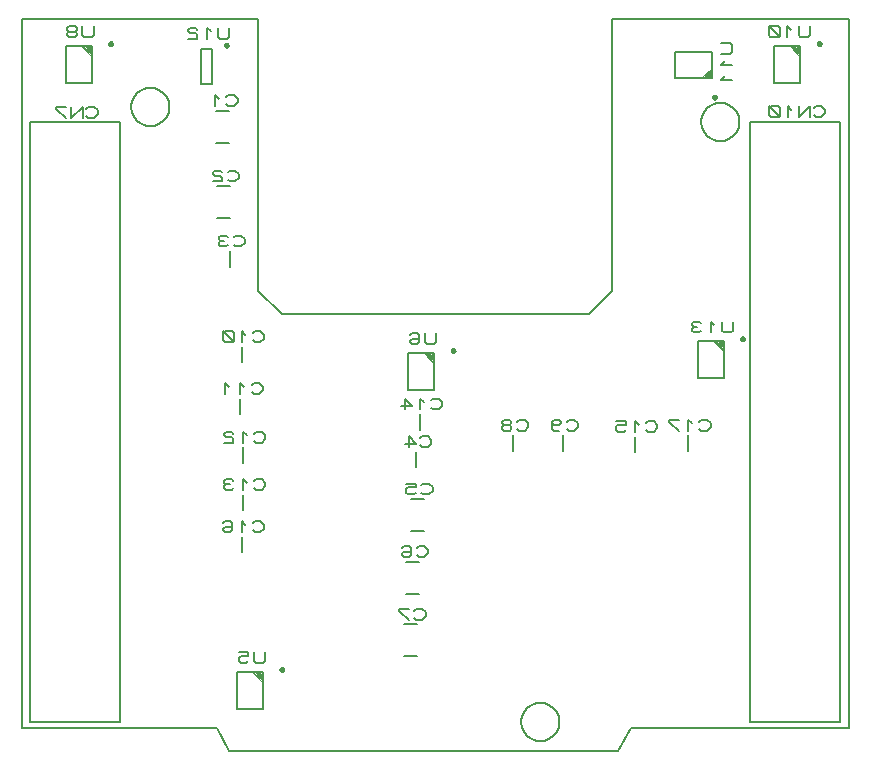
<source format=gbr>
G04 PROTEUS GERBER X2 FILE*
%TF.GenerationSoftware,Labcenter,Proteus,8.12-SP2-Build31155*%
%TF.CreationDate,2021-12-06T20:36:36+00:00*%
%TF.FileFunction,Legend,Bot*%
%TF.FilePolarity,Positive*%
%TF.Part,Single*%
%TF.SameCoordinates,{41aeb68f-70a9-4567-b6d7-def337a2806a}*%
%FSLAX45Y45*%
%MOMM*%
G01*
%TA.AperFunction,Profile*%
%ADD17C,0.203200*%
%TA.AperFunction,Material*%
%ADD21C,0.203200*%
%ADD22C,0.250000*%
%ADD23C,0.200000*%
%ADD24C,0.100000*%
%TD.AperFunction*%
D17*
X+0Y+0D02*
X+1650000Y+0D01*
X+7000000Y+0D02*
X+7000000Y+6000000D01*
X+5000000Y+6000000D01*
X+5000000Y+3700000D01*
X+4800000Y+3500000D01*
X+2200000Y+3500000D01*
X+2000000Y+3700000D02*
X+2000000Y+6000000D01*
X+0Y+6000000D01*
X+0Y+0D01*
X+2000000Y+3700000D02*
X+2200000Y+3500000D01*
X+5160000Y+0D02*
X+7000000Y+0D01*
X+1750000Y-200000D02*
X+5050000Y-200000D01*
X+1650000Y+0D02*
X+1750000Y-200000D01*
X+5160000Y+0D02*
X+5050000Y-200000D01*
X+4550045Y+50000D02*
X+4549508Y+63142D01*
X+4545144Y+89427D01*
X+4536029Y+115712D01*
X+4521182Y+141997D01*
X+4498470Y+168118D01*
X+4472185Y+187898D01*
X+4445900Y+200658D01*
X+4419615Y+208108D01*
X+4393330Y+210987D01*
X+4389000Y+211045D01*
X+4227955Y+50000D02*
X+4228492Y+63142D01*
X+4232856Y+89427D01*
X+4241971Y+115712D01*
X+4256818Y+141997D01*
X+4279530Y+168118D01*
X+4305815Y+187898D01*
X+4332100Y+200658D01*
X+4358385Y+208108D01*
X+4384670Y+210987D01*
X+4389000Y+211045D01*
X+4227955Y+50000D02*
X+4228492Y+36858D01*
X+4232856Y+10573D01*
X+4241971Y-15712D01*
X+4256818Y-41997D01*
X+4279530Y-68118D01*
X+4305815Y-87898D01*
X+4332100Y-100658D01*
X+4358385Y-108108D01*
X+4384670Y-110987D01*
X+4389000Y-111045D01*
X+4550045Y+50000D02*
X+4549508Y+36858D01*
X+4545144Y+10573D01*
X+4536029Y-15712D01*
X+4521182Y-41997D01*
X+4498470Y-68118D01*
X+4472185Y-87898D01*
X+4445900Y-100658D01*
X+4419615Y-108108D01*
X+4393330Y-110987D01*
X+4389000Y-111045D01*
X+6074045Y+5130000D02*
X+6073508Y+5143142D01*
X+6069144Y+5169427D01*
X+6060029Y+5195712D01*
X+6045182Y+5221997D01*
X+6022470Y+5248118D01*
X+5996185Y+5267898D01*
X+5969900Y+5280658D01*
X+5943615Y+5288108D01*
X+5917330Y+5290987D01*
X+5913000Y+5291045D01*
X+5751955Y+5130000D02*
X+5752492Y+5143142D01*
X+5756856Y+5169427D01*
X+5765971Y+5195712D01*
X+5780818Y+5221997D01*
X+5803530Y+5248118D01*
X+5829815Y+5267898D01*
X+5856100Y+5280658D01*
X+5882385Y+5288108D01*
X+5908670Y+5290987D01*
X+5913000Y+5291045D01*
X+5751955Y+5130000D02*
X+5752492Y+5116858D01*
X+5756856Y+5090573D01*
X+5765971Y+5064288D01*
X+5780818Y+5038003D01*
X+5803530Y+5011882D01*
X+5829815Y+4992102D01*
X+5856100Y+4979342D01*
X+5882385Y+4971892D01*
X+5908670Y+4969013D01*
X+5913000Y+4968955D01*
X+6074045Y+5130000D02*
X+6073508Y+5116858D01*
X+6069144Y+5090573D01*
X+6060029Y+5064288D01*
X+6045182Y+5038003D01*
X+6022470Y+5011882D01*
X+5996185Y+4992102D01*
X+5969900Y+4979342D01*
X+5943615Y+4971892D01*
X+5917330Y+4969013D01*
X+5913000Y+4968955D01*
X+1248045Y+5257000D02*
X+1247508Y+5270142D01*
X+1243144Y+5296427D01*
X+1234029Y+5322712D01*
X+1219182Y+5348997D01*
X+1196470Y+5375118D01*
X+1170185Y+5394898D01*
X+1143900Y+5407658D01*
X+1117615Y+5415108D01*
X+1091330Y+5417987D01*
X+1087000Y+5418045D01*
X+925955Y+5257000D02*
X+926492Y+5270142D01*
X+930856Y+5296427D01*
X+939971Y+5322712D01*
X+954818Y+5348997D01*
X+977530Y+5375118D01*
X+1003815Y+5394898D01*
X+1030100Y+5407658D01*
X+1056385Y+5415108D01*
X+1082670Y+5417987D01*
X+1087000Y+5418045D01*
X+925955Y+5257000D02*
X+926492Y+5243858D01*
X+930856Y+5217573D01*
X+939971Y+5191288D01*
X+954818Y+5165003D01*
X+977530Y+5138882D01*
X+1003815Y+5119102D01*
X+1030100Y+5106342D01*
X+1056385Y+5098892D01*
X+1082670Y+5096013D01*
X+1087000Y+5095955D01*
X+1248045Y+5257000D02*
X+1247508Y+5243858D01*
X+1243144Y+5217573D01*
X+1234029Y+5191288D01*
X+1219182Y+5165003D01*
X+1196470Y+5138882D01*
X+1170185Y+5119102D01*
X+1143900Y+5106342D01*
X+1117615Y+5098892D01*
X+1091330Y+5096013D01*
X+1087000Y+5095955D01*
D21*
X+70000Y+46000D02*
X+830000Y+46000D01*
X+830000Y+5126000D01*
X+70000Y+5126000D01*
X+70000Y+46000D01*
X+545250Y+5181880D02*
X+561125Y+5166640D01*
X+608750Y+5166640D01*
X+640500Y+5197120D01*
X+640500Y+5227600D01*
X+608750Y+5258080D01*
X+561125Y+5258080D01*
X+545250Y+5242840D01*
X+513500Y+5166640D02*
X+513500Y+5258080D01*
X+418250Y+5166640D01*
X+418250Y+5258080D01*
X+370625Y+5258080D02*
X+291250Y+5258080D01*
X+291250Y+5242840D01*
X+370625Y+5166640D01*
X+6166000Y+50000D02*
X+6926000Y+50000D01*
X+6926000Y+5130000D01*
X+6166000Y+5130000D01*
X+6166000Y+50000D01*
X+6704750Y+5185880D02*
X+6720625Y+5170640D01*
X+6768250Y+5170640D01*
X+6800000Y+5201120D01*
X+6800000Y+5231600D01*
X+6768250Y+5262080D01*
X+6720625Y+5262080D01*
X+6704750Y+5246840D01*
X+6673000Y+5170640D02*
X+6673000Y+5262080D01*
X+6577750Y+5170640D01*
X+6577750Y+5262080D01*
X+6514250Y+5231600D02*
X+6482500Y+5262080D01*
X+6482500Y+5170640D01*
X+6419000Y+5185880D02*
X+6419000Y+5246840D01*
X+6403125Y+5262080D01*
X+6339625Y+5262080D01*
X+6323750Y+5246840D01*
X+6323750Y+5185880D01*
X+6339625Y+5170640D01*
X+6403125Y+5170640D01*
X+6419000Y+5185880D01*
X+6419000Y+5170640D02*
X+6323750Y+5262080D01*
D22*
X+2212500Y+492500D02*
X+2212457Y+493539D01*
X+2212105Y+495618D01*
X+2211368Y+497697D01*
X+2210164Y+499776D01*
X+2208323Y+501826D01*
X+2206244Y+503329D01*
X+2204165Y+504286D01*
X+2202086Y+504825D01*
X+2200007Y+505000D01*
X+2200000Y+505000D01*
X+2187500Y+492500D02*
X+2187543Y+493539D01*
X+2187895Y+495618D01*
X+2188632Y+497697D01*
X+2189836Y+499776D01*
X+2191677Y+501826D01*
X+2193756Y+503329D01*
X+2195835Y+504286D01*
X+2197914Y+504825D01*
X+2199993Y+505000D01*
X+2200000Y+505000D01*
X+2187500Y+492500D02*
X+2187543Y+491461D01*
X+2187895Y+489382D01*
X+2188632Y+487303D01*
X+2189836Y+485224D01*
X+2191677Y+483174D01*
X+2193756Y+481671D01*
X+2195835Y+480714D01*
X+2197914Y+480175D01*
X+2199993Y+480000D01*
X+2200000Y+480000D01*
X+2212500Y+492500D02*
X+2212457Y+491461D01*
X+2212105Y+489382D01*
X+2211368Y+487303D01*
X+2210164Y+485224D01*
X+2208323Y+483174D01*
X+2206244Y+481671D01*
X+2204165Y+480714D01*
X+2202086Y+480175D01*
X+2200007Y+480000D01*
X+2200000Y+480000D01*
D23*
X+2040000Y+162500D02*
X+1820000Y+162500D01*
X+1820000Y+472500D01*
X+2040000Y+472500D01*
X+2040000Y+162500D01*
D24*
X+2040000Y+462500D02*
X+2030000Y+472500D01*
X+2040000Y+452500D02*
X+2020000Y+472500D01*
X+2040000Y+442500D02*
X+2010000Y+472500D01*
X+2040000Y+432500D02*
X+2000000Y+472500D01*
X+2040000Y+422500D02*
X+1990000Y+472500D01*
X+2040000Y+412500D02*
X+1980000Y+472500D01*
X+2040000Y+402500D02*
X+1970000Y+472500D01*
X+2040000Y+392500D02*
X+1960000Y+472500D01*
X+2040000Y+382500D02*
X+1950000Y+472500D01*
D21*
X+2057000Y+639420D02*
X+2057000Y+563220D01*
X+2041125Y+547980D01*
X+1977625Y+547980D01*
X+1961750Y+563220D01*
X+1961750Y+639420D01*
X+1834750Y+639420D02*
X+1914125Y+639420D01*
X+1914125Y+608940D01*
X+1850625Y+608940D01*
X+1834750Y+593700D01*
X+1834750Y+563220D01*
X+1850625Y+547980D01*
X+1898250Y+547980D01*
X+1914125Y+563220D01*
D22*
X+3662500Y+3192500D02*
X+3662457Y+3193539D01*
X+3662105Y+3195618D01*
X+3661368Y+3197697D01*
X+3660164Y+3199776D01*
X+3658323Y+3201826D01*
X+3656244Y+3203329D01*
X+3654165Y+3204286D01*
X+3652086Y+3204825D01*
X+3650007Y+3205000D01*
X+3650000Y+3205000D01*
X+3637500Y+3192500D02*
X+3637543Y+3193539D01*
X+3637895Y+3195618D01*
X+3638632Y+3197697D01*
X+3639836Y+3199776D01*
X+3641677Y+3201826D01*
X+3643756Y+3203329D01*
X+3645835Y+3204286D01*
X+3647914Y+3204825D01*
X+3649993Y+3205000D01*
X+3650000Y+3205000D01*
X+3637500Y+3192500D02*
X+3637543Y+3191461D01*
X+3637895Y+3189382D01*
X+3638632Y+3187303D01*
X+3639836Y+3185224D01*
X+3641677Y+3183174D01*
X+3643756Y+3181671D01*
X+3645835Y+3180714D01*
X+3647914Y+3180175D01*
X+3649993Y+3180000D01*
X+3650000Y+3180000D01*
X+3662500Y+3192500D02*
X+3662457Y+3191461D01*
X+3662105Y+3189382D01*
X+3661368Y+3187303D01*
X+3660164Y+3185224D01*
X+3658323Y+3183174D01*
X+3656244Y+3181671D01*
X+3654165Y+3180714D01*
X+3652086Y+3180175D01*
X+3650007Y+3180000D01*
X+3650000Y+3180000D01*
D23*
X+3490000Y+2862500D02*
X+3270000Y+2862500D01*
X+3270000Y+3172500D01*
X+3490000Y+3172500D01*
X+3490000Y+2862500D01*
D24*
X+3490000Y+3162500D02*
X+3480000Y+3172500D01*
X+3490000Y+3152500D02*
X+3470000Y+3172500D01*
X+3490000Y+3142500D02*
X+3460000Y+3172500D01*
X+3490000Y+3132500D02*
X+3450000Y+3172500D01*
X+3490000Y+3122500D02*
X+3440000Y+3172500D01*
X+3490000Y+3112500D02*
X+3430000Y+3172500D01*
X+3490000Y+3102500D02*
X+3420000Y+3172500D01*
X+3490000Y+3092500D02*
X+3410000Y+3172500D01*
X+3490000Y+3082500D02*
X+3400000Y+3172500D01*
D21*
X+3507000Y+3339420D02*
X+3507000Y+3263220D01*
X+3491125Y+3247980D01*
X+3427625Y+3247980D01*
X+3411750Y+3263220D01*
X+3411750Y+3339420D01*
X+3284750Y+3324180D02*
X+3300625Y+3339420D01*
X+3348250Y+3339420D01*
X+3364125Y+3324180D01*
X+3364125Y+3263220D01*
X+3348250Y+3247980D01*
X+3300625Y+3247980D01*
X+3284750Y+3263220D01*
X+3284750Y+3278460D01*
X+3300625Y+3293700D01*
X+3364125Y+3293700D01*
D22*
X+762500Y+5792500D02*
X+762457Y+5793539D01*
X+762105Y+5795618D01*
X+761368Y+5797697D01*
X+760164Y+5799776D01*
X+758323Y+5801826D01*
X+756244Y+5803329D01*
X+754165Y+5804286D01*
X+752086Y+5804825D01*
X+750007Y+5805000D01*
X+750000Y+5805000D01*
X+737500Y+5792500D02*
X+737543Y+5793539D01*
X+737895Y+5795618D01*
X+738632Y+5797697D01*
X+739836Y+5799776D01*
X+741677Y+5801826D01*
X+743756Y+5803329D01*
X+745835Y+5804286D01*
X+747914Y+5804825D01*
X+749993Y+5805000D01*
X+750000Y+5805000D01*
X+737500Y+5792500D02*
X+737543Y+5791461D01*
X+737895Y+5789382D01*
X+738632Y+5787303D01*
X+739836Y+5785224D01*
X+741677Y+5783174D01*
X+743756Y+5781671D01*
X+745835Y+5780714D01*
X+747914Y+5780175D01*
X+749993Y+5780000D01*
X+750000Y+5780000D01*
X+762500Y+5792500D02*
X+762457Y+5791461D01*
X+762105Y+5789382D01*
X+761368Y+5787303D01*
X+760164Y+5785224D01*
X+758323Y+5783174D01*
X+756244Y+5781671D01*
X+754165Y+5780714D01*
X+752086Y+5780175D01*
X+750007Y+5780000D01*
X+750000Y+5780000D01*
D23*
X+590000Y+5462500D02*
X+370000Y+5462500D01*
X+370000Y+5772500D01*
X+590000Y+5772500D01*
X+590000Y+5462500D01*
D24*
X+590000Y+5762500D02*
X+580000Y+5772500D01*
X+590000Y+5752500D02*
X+570000Y+5772500D01*
X+590000Y+5742500D02*
X+560000Y+5772500D01*
X+590000Y+5732500D02*
X+550000Y+5772500D01*
X+590000Y+5722500D02*
X+540000Y+5772500D01*
X+590000Y+5712500D02*
X+530000Y+5772500D01*
X+590000Y+5702500D02*
X+520000Y+5772500D01*
X+590000Y+5692500D02*
X+510000Y+5772500D01*
X+590000Y+5682500D02*
X+500000Y+5772500D01*
D21*
X+607000Y+5939420D02*
X+607000Y+5863220D01*
X+591125Y+5847980D01*
X+527625Y+5847980D01*
X+511750Y+5863220D01*
X+511750Y+5939420D01*
X+448250Y+5893700D02*
X+464125Y+5908940D01*
X+464125Y+5924180D01*
X+448250Y+5939420D01*
X+400625Y+5939420D01*
X+384750Y+5924180D01*
X+384750Y+5908940D01*
X+400625Y+5893700D01*
X+448250Y+5893700D01*
X+464125Y+5878460D01*
X+464125Y+5863220D01*
X+448250Y+5847980D01*
X+400625Y+5847980D01*
X+384750Y+5863220D01*
X+384750Y+5878460D01*
X+400625Y+5893700D01*
D22*
X+6762500Y+5792500D02*
X+6762457Y+5793539D01*
X+6762105Y+5795618D01*
X+6761368Y+5797697D01*
X+6760164Y+5799776D01*
X+6758323Y+5801826D01*
X+6756244Y+5803329D01*
X+6754165Y+5804286D01*
X+6752086Y+5804825D01*
X+6750007Y+5805000D01*
X+6750000Y+5805000D01*
X+6737500Y+5792500D02*
X+6737543Y+5793539D01*
X+6737895Y+5795618D01*
X+6738632Y+5797697D01*
X+6739836Y+5799776D01*
X+6741677Y+5801826D01*
X+6743756Y+5803329D01*
X+6745835Y+5804286D01*
X+6747914Y+5804825D01*
X+6749993Y+5805000D01*
X+6750000Y+5805000D01*
X+6737500Y+5792500D02*
X+6737543Y+5791461D01*
X+6737895Y+5789382D01*
X+6738632Y+5787303D01*
X+6739836Y+5785224D01*
X+6741677Y+5783174D01*
X+6743756Y+5781671D01*
X+6745835Y+5780714D01*
X+6747914Y+5780175D01*
X+6749993Y+5780000D01*
X+6750000Y+5780000D01*
X+6762500Y+5792500D02*
X+6762457Y+5791461D01*
X+6762105Y+5789382D01*
X+6761368Y+5787303D01*
X+6760164Y+5785224D01*
X+6758323Y+5783174D01*
X+6756244Y+5781671D01*
X+6754165Y+5780714D01*
X+6752086Y+5780175D01*
X+6750007Y+5780000D01*
X+6750000Y+5780000D01*
D23*
X+6590000Y+5462500D02*
X+6370000Y+5462500D01*
X+6370000Y+5772500D01*
X+6590000Y+5772500D01*
X+6590000Y+5462500D01*
D24*
X+6590000Y+5762500D02*
X+6580000Y+5772500D01*
X+6590000Y+5752500D02*
X+6570000Y+5772500D01*
X+6590000Y+5742500D02*
X+6560000Y+5772500D01*
X+6590000Y+5732500D02*
X+6550000Y+5772500D01*
X+6590000Y+5722500D02*
X+6540000Y+5772500D01*
X+6590000Y+5712500D02*
X+6530000Y+5772500D01*
X+6590000Y+5702500D02*
X+6520000Y+5772500D01*
X+6590000Y+5692500D02*
X+6510000Y+5772500D01*
X+6590000Y+5682500D02*
X+6500000Y+5772500D01*
D21*
X+6670500Y+5939420D02*
X+6670500Y+5863220D01*
X+6654625Y+5847980D01*
X+6591125Y+5847980D01*
X+6575250Y+5863220D01*
X+6575250Y+5939420D01*
X+6511750Y+5908940D02*
X+6480000Y+5939420D01*
X+6480000Y+5847980D01*
X+6416500Y+5863220D02*
X+6416500Y+5924180D01*
X+6400625Y+5939420D01*
X+6337125Y+5939420D01*
X+6321250Y+5924180D01*
X+6321250Y+5863220D01*
X+6337125Y+5847980D01*
X+6400625Y+5847980D01*
X+6416500Y+5863220D01*
X+6416500Y+5847980D02*
X+6321250Y+5939420D01*
D22*
X+5875000Y+5340000D02*
X+5874957Y+5341039D01*
X+5874605Y+5343118D01*
X+5873868Y+5345197D01*
X+5872664Y+5347276D01*
X+5870823Y+5349326D01*
X+5868744Y+5350829D01*
X+5866665Y+5351786D01*
X+5864586Y+5352325D01*
X+5862507Y+5352500D01*
X+5862500Y+5352500D01*
X+5850000Y+5340000D02*
X+5850043Y+5341039D01*
X+5850395Y+5343118D01*
X+5851132Y+5345197D01*
X+5852336Y+5347276D01*
X+5854177Y+5349326D01*
X+5856256Y+5350829D01*
X+5858335Y+5351786D01*
X+5860414Y+5352325D01*
X+5862493Y+5352500D01*
X+5862500Y+5352500D01*
X+5850000Y+5340000D02*
X+5850043Y+5338961D01*
X+5850395Y+5336882D01*
X+5851132Y+5334803D01*
X+5852336Y+5332724D01*
X+5854177Y+5330674D01*
X+5856256Y+5329171D01*
X+5858335Y+5328214D01*
X+5860414Y+5327675D01*
X+5862493Y+5327500D01*
X+5862500Y+5327500D01*
X+5875000Y+5340000D02*
X+5874957Y+5338961D01*
X+5874605Y+5336882D01*
X+5873868Y+5334803D01*
X+5872664Y+5332724D01*
X+5870823Y+5330674D01*
X+5868744Y+5329171D01*
X+5866665Y+5328214D01*
X+5864586Y+5327675D01*
X+5862507Y+5327500D01*
X+5862500Y+5327500D01*
D23*
X+5532500Y+5500000D02*
X+5532500Y+5720000D01*
X+5842500Y+5720000D01*
X+5842500Y+5500000D01*
X+5532500Y+5500000D01*
D24*
X+5832500Y+5500000D02*
X+5842500Y+5510000D01*
X+5822500Y+5500000D02*
X+5842500Y+5520000D01*
X+5812500Y+5500000D02*
X+5842500Y+5530000D01*
X+5802500Y+5500000D02*
X+5842500Y+5540000D01*
X+5792500Y+5500000D02*
X+5842500Y+5550000D01*
X+5782500Y+5500000D02*
X+5842500Y+5560000D01*
X+5772500Y+5500000D02*
X+5842500Y+5570000D01*
X+5762500Y+5500000D02*
X+5842500Y+5580000D01*
X+5752500Y+5500000D02*
X+5842500Y+5590000D01*
D21*
X+5917980Y+5800500D02*
X+5994180Y+5800500D01*
X+6009420Y+5784625D01*
X+6009420Y+5721125D01*
X+5994180Y+5705250D01*
X+5917980Y+5705250D01*
X+5948460Y+5641750D02*
X+5917980Y+5610000D01*
X+6009420Y+5610000D01*
X+5948460Y+5514750D02*
X+5917980Y+5483000D01*
X+6009420Y+5483000D01*
D22*
X+1742500Y+5780000D02*
X+1742457Y+5781039D01*
X+1742105Y+5783118D01*
X+1741368Y+5785197D01*
X+1740164Y+5787276D01*
X+1738323Y+5789326D01*
X+1736244Y+5790829D01*
X+1734165Y+5791786D01*
X+1732086Y+5792325D01*
X+1730007Y+5792500D01*
X+1730000Y+5792500D01*
X+1717500Y+5780000D02*
X+1717543Y+5781039D01*
X+1717895Y+5783118D01*
X+1718632Y+5785197D01*
X+1719836Y+5787276D01*
X+1721677Y+5789326D01*
X+1723756Y+5790829D01*
X+1725835Y+5791786D01*
X+1727914Y+5792325D01*
X+1729993Y+5792500D01*
X+1730000Y+5792500D01*
X+1717500Y+5780000D02*
X+1717543Y+5778961D01*
X+1717895Y+5776882D01*
X+1718632Y+5774803D01*
X+1719836Y+5772724D01*
X+1721677Y+5770674D01*
X+1723756Y+5769171D01*
X+1725835Y+5768214D01*
X+1727914Y+5767675D01*
X+1729993Y+5767500D01*
X+1730000Y+5767500D01*
X+1742500Y+5780000D02*
X+1742457Y+5778961D01*
X+1742105Y+5776882D01*
X+1741368Y+5774803D01*
X+1740164Y+5772724D01*
X+1738323Y+5770674D01*
X+1736244Y+5769171D01*
X+1734165Y+5768214D01*
X+1732086Y+5767675D01*
X+1730007Y+5767500D01*
X+1730000Y+5767500D01*
D23*
X+1610000Y+5450000D02*
X+1520000Y+5450000D01*
X+1520000Y+5750000D01*
X+1610000Y+5750000D01*
X+1610000Y+5450000D01*
D21*
X+1755500Y+5926920D02*
X+1755500Y+5850720D01*
X+1739625Y+5835480D01*
X+1676125Y+5835480D01*
X+1660250Y+5850720D01*
X+1660250Y+5926920D01*
X+1596750Y+5896440D02*
X+1565000Y+5926920D01*
X+1565000Y+5835480D01*
X+1485625Y+5911680D02*
X+1469750Y+5926920D01*
X+1422125Y+5926920D01*
X+1406250Y+5911680D01*
X+1406250Y+5896440D01*
X+1422125Y+5881200D01*
X+1469750Y+5881200D01*
X+1485625Y+5865960D01*
X+1485625Y+5835480D01*
X+1406250Y+5835480D01*
D22*
X+6112500Y+3292500D02*
X+6112457Y+3293539D01*
X+6112105Y+3295618D01*
X+6111368Y+3297697D01*
X+6110164Y+3299776D01*
X+6108323Y+3301826D01*
X+6106244Y+3303329D01*
X+6104165Y+3304286D01*
X+6102086Y+3304825D01*
X+6100007Y+3305000D01*
X+6100000Y+3305000D01*
X+6087500Y+3292500D02*
X+6087543Y+3293539D01*
X+6087895Y+3295618D01*
X+6088632Y+3297697D01*
X+6089836Y+3299776D01*
X+6091677Y+3301826D01*
X+6093756Y+3303329D01*
X+6095835Y+3304286D01*
X+6097914Y+3304825D01*
X+6099993Y+3305000D01*
X+6100000Y+3305000D01*
X+6087500Y+3292500D02*
X+6087543Y+3291461D01*
X+6087895Y+3289382D01*
X+6088632Y+3287303D01*
X+6089836Y+3285224D01*
X+6091677Y+3283174D01*
X+6093756Y+3281671D01*
X+6095835Y+3280714D01*
X+6097914Y+3280175D01*
X+6099993Y+3280000D01*
X+6100000Y+3280000D01*
X+6112500Y+3292500D02*
X+6112457Y+3291461D01*
X+6112105Y+3289382D01*
X+6111368Y+3287303D01*
X+6110164Y+3285224D01*
X+6108323Y+3283174D01*
X+6106244Y+3281671D01*
X+6104165Y+3280714D01*
X+6102086Y+3280175D01*
X+6100007Y+3280000D01*
X+6100000Y+3280000D01*
D23*
X+5940000Y+2962500D02*
X+5720000Y+2962500D01*
X+5720000Y+3272500D01*
X+5940000Y+3272500D01*
X+5940000Y+2962500D01*
D24*
X+5940000Y+3262500D02*
X+5930000Y+3272500D01*
X+5940000Y+3252500D02*
X+5920000Y+3272500D01*
X+5940000Y+3242500D02*
X+5910000Y+3272500D01*
X+5940000Y+3232500D02*
X+5900000Y+3272500D01*
X+5940000Y+3222500D02*
X+5890000Y+3272500D01*
X+5940000Y+3212500D02*
X+5880000Y+3272500D01*
X+5940000Y+3202500D02*
X+5870000Y+3272500D01*
X+5940000Y+3192500D02*
X+5860000Y+3272500D01*
X+5940000Y+3182500D02*
X+5850000Y+3272500D01*
D21*
X+6020500Y+3439420D02*
X+6020500Y+3363220D01*
X+6004625Y+3347980D01*
X+5941125Y+3347980D01*
X+5925250Y+3363220D01*
X+5925250Y+3439420D01*
X+5861750Y+3408940D02*
X+5830000Y+3439420D01*
X+5830000Y+3347980D01*
X+5750625Y+3424180D02*
X+5734750Y+3439420D01*
X+5687125Y+3439420D01*
X+5671250Y+3424180D01*
X+5671250Y+3408940D01*
X+5687125Y+3393700D01*
X+5671250Y+3378460D01*
X+5671250Y+3363220D01*
X+5687125Y+3347980D01*
X+5734750Y+3347980D01*
X+5750625Y+3363220D01*
X+5718875Y+3393700D02*
X+5687125Y+3393700D01*
D23*
X+1755000Y+4955000D02*
X+1645000Y+4955000D01*
X+1755000Y+5225000D02*
X+1645000Y+5225000D01*
D21*
X+1731750Y+5280720D02*
X+1747625Y+5265480D01*
X+1795250Y+5265480D01*
X+1827000Y+5295960D01*
X+1827000Y+5326440D01*
X+1795250Y+5356920D01*
X+1747625Y+5356920D01*
X+1731750Y+5341680D01*
X+1668250Y+5326440D02*
X+1636500Y+5356920D01*
X+1636500Y+5265480D01*
D23*
X+1765000Y+4315000D02*
X+1655000Y+4315000D01*
X+1765000Y+4585000D02*
X+1655000Y+4585000D01*
D21*
X+1741750Y+4640720D02*
X+1757625Y+4625480D01*
X+1805250Y+4625480D01*
X+1837000Y+4655960D01*
X+1837000Y+4686440D01*
X+1805250Y+4716920D01*
X+1757625Y+4716920D01*
X+1741750Y+4701680D01*
X+1694125Y+4701680D02*
X+1678250Y+4716920D01*
X+1630625Y+4716920D01*
X+1614750Y+4701680D01*
X+1614750Y+4686440D01*
X+1630625Y+4671200D01*
X+1678250Y+4671200D01*
X+1694125Y+4655960D01*
X+1694125Y+4625480D01*
X+1614750Y+4625480D01*
D23*
X+1760000Y+4035000D02*
X+1760000Y+3905000D01*
D21*
X+1791750Y+4090720D02*
X+1807625Y+4075480D01*
X+1855250Y+4075480D01*
X+1887000Y+4105960D01*
X+1887000Y+4136440D01*
X+1855250Y+4166920D01*
X+1807625Y+4166920D01*
X+1791750Y+4151680D01*
X+1744125Y+4151680D02*
X+1728250Y+4166920D01*
X+1680625Y+4166920D01*
X+1664750Y+4151680D01*
X+1664750Y+4136440D01*
X+1680625Y+4121200D01*
X+1664750Y+4105960D01*
X+1664750Y+4090720D01*
X+1680625Y+4075480D01*
X+1728250Y+4075480D01*
X+1744125Y+4090720D01*
X+1712375Y+4121200D02*
X+1680625Y+4121200D01*
D23*
X+3340000Y+2335000D02*
X+3340000Y+2205000D01*
D21*
X+3371750Y+2390720D02*
X+3387625Y+2375480D01*
X+3435250Y+2375480D01*
X+3467000Y+2405960D01*
X+3467000Y+2436440D01*
X+3435250Y+2466920D01*
X+3387625Y+2466920D01*
X+3371750Y+2451680D01*
X+3244750Y+2405960D02*
X+3340000Y+2405960D01*
X+3276500Y+2466920D01*
X+3276500Y+2375480D01*
D23*
X+3405000Y+1665000D02*
X+3295000Y+1665000D01*
X+3405000Y+1935000D02*
X+3295000Y+1935000D01*
D21*
X+3381750Y+1990720D02*
X+3397625Y+1975480D01*
X+3445250Y+1975480D01*
X+3477000Y+2005960D01*
X+3477000Y+2036440D01*
X+3445250Y+2066920D01*
X+3397625Y+2066920D01*
X+3381750Y+2051680D01*
X+3254750Y+2066920D02*
X+3334125Y+2066920D01*
X+3334125Y+2036440D01*
X+3270625Y+2036440D01*
X+3254750Y+2021200D01*
X+3254750Y+1990720D01*
X+3270625Y+1975480D01*
X+3318250Y+1975480D01*
X+3334125Y+1990720D01*
D23*
X+3365000Y+1135000D02*
X+3255000Y+1135000D01*
X+3365000Y+1405000D02*
X+3255000Y+1405000D01*
D21*
X+3341750Y+1460720D02*
X+3357625Y+1445480D01*
X+3405250Y+1445480D01*
X+3437000Y+1475960D01*
X+3437000Y+1506440D01*
X+3405250Y+1536920D01*
X+3357625Y+1536920D01*
X+3341750Y+1521680D01*
X+3214750Y+1521680D02*
X+3230625Y+1536920D01*
X+3278250Y+1536920D01*
X+3294125Y+1521680D01*
X+3294125Y+1460720D01*
X+3278250Y+1445480D01*
X+3230625Y+1445480D01*
X+3214750Y+1460720D01*
X+3214750Y+1475960D01*
X+3230625Y+1491200D01*
X+3294125Y+1491200D01*
D23*
X+3345000Y+605000D02*
X+3235000Y+605000D01*
X+3345000Y+875000D02*
X+3235000Y+875000D01*
D21*
X+3321750Y+930720D02*
X+3337625Y+915480D01*
X+3385250Y+915480D01*
X+3417000Y+945960D01*
X+3417000Y+976440D01*
X+3385250Y+1006920D01*
X+3337625Y+1006920D01*
X+3321750Y+991680D01*
X+3274125Y+1006920D02*
X+3194750Y+1006920D01*
X+3194750Y+991680D01*
X+3274125Y+915480D01*
D23*
X+4160000Y+2475000D02*
X+4160000Y+2345000D01*
D21*
X+4191750Y+2530720D02*
X+4207625Y+2515480D01*
X+4255250Y+2515480D01*
X+4287000Y+2545960D01*
X+4287000Y+2576440D01*
X+4255250Y+2606920D01*
X+4207625Y+2606920D01*
X+4191750Y+2591680D01*
X+4128250Y+2561200D02*
X+4144125Y+2576440D01*
X+4144125Y+2591680D01*
X+4128250Y+2606920D01*
X+4080625Y+2606920D01*
X+4064750Y+2591680D01*
X+4064750Y+2576440D01*
X+4080625Y+2561200D01*
X+4128250Y+2561200D01*
X+4144125Y+2545960D01*
X+4144125Y+2530720D01*
X+4128250Y+2515480D01*
X+4080625Y+2515480D01*
X+4064750Y+2530720D01*
X+4064750Y+2545960D01*
X+4080625Y+2561200D01*
D23*
X+4580000Y+2475000D02*
X+4580000Y+2345000D01*
D21*
X+4611750Y+2530720D02*
X+4627625Y+2515480D01*
X+4675250Y+2515480D01*
X+4707000Y+2545960D01*
X+4707000Y+2576440D01*
X+4675250Y+2606920D01*
X+4627625Y+2606920D01*
X+4611750Y+2591680D01*
X+4484750Y+2576440D02*
X+4500625Y+2561200D01*
X+4548250Y+2561200D01*
X+4564125Y+2576440D01*
X+4564125Y+2591680D01*
X+4548250Y+2606920D01*
X+4500625Y+2606920D01*
X+4484750Y+2591680D01*
X+4484750Y+2530720D01*
X+4500625Y+2515480D01*
X+4548250Y+2515480D01*
D23*
X+1860000Y+3225000D02*
X+1860000Y+3095000D01*
D21*
X+1955250Y+3280720D02*
X+1971125Y+3265480D01*
X+2018750Y+3265480D01*
X+2050500Y+3295960D01*
X+2050500Y+3326440D01*
X+2018750Y+3356920D01*
X+1971125Y+3356920D01*
X+1955250Y+3341680D01*
X+1891750Y+3326440D02*
X+1860000Y+3356920D01*
X+1860000Y+3265480D01*
X+1796500Y+3280720D02*
X+1796500Y+3341680D01*
X+1780625Y+3356920D01*
X+1717125Y+3356920D01*
X+1701250Y+3341680D01*
X+1701250Y+3280720D01*
X+1717125Y+3265480D01*
X+1780625Y+3265480D01*
X+1796500Y+3280720D01*
X+1796500Y+3265480D02*
X+1701250Y+3356920D01*
D23*
X+1850000Y+2785000D02*
X+1850000Y+2655000D01*
D21*
X+1945250Y+2840720D02*
X+1961125Y+2825480D01*
X+2008750Y+2825480D01*
X+2040500Y+2855960D01*
X+2040500Y+2886440D01*
X+2008750Y+2916920D01*
X+1961125Y+2916920D01*
X+1945250Y+2901680D01*
X+1881750Y+2886440D02*
X+1850000Y+2916920D01*
X+1850000Y+2825480D01*
X+1754750Y+2886440D02*
X+1723000Y+2916920D01*
X+1723000Y+2825480D01*
D23*
X+1870000Y+2375000D02*
X+1870000Y+2245000D01*
D21*
X+1965250Y+2430720D02*
X+1981125Y+2415480D01*
X+2028750Y+2415480D01*
X+2060500Y+2445960D01*
X+2060500Y+2476440D01*
X+2028750Y+2506920D01*
X+1981125Y+2506920D01*
X+1965250Y+2491680D01*
X+1901750Y+2476440D02*
X+1870000Y+2506920D01*
X+1870000Y+2415480D01*
X+1790625Y+2491680D02*
X+1774750Y+2506920D01*
X+1727125Y+2506920D01*
X+1711250Y+2491680D01*
X+1711250Y+2476440D01*
X+1727125Y+2461200D01*
X+1774750Y+2461200D01*
X+1790625Y+2445960D01*
X+1790625Y+2415480D01*
X+1711250Y+2415480D01*
D23*
X+1870000Y+1975000D02*
X+1870000Y+1845000D01*
D21*
X+1965250Y+2030720D02*
X+1981125Y+2015480D01*
X+2028750Y+2015480D01*
X+2060500Y+2045960D01*
X+2060500Y+2076440D01*
X+2028750Y+2106920D01*
X+1981125Y+2106920D01*
X+1965250Y+2091680D01*
X+1901750Y+2076440D02*
X+1870000Y+2106920D01*
X+1870000Y+2015480D01*
X+1790625Y+2091680D02*
X+1774750Y+2106920D01*
X+1727125Y+2106920D01*
X+1711250Y+2091680D01*
X+1711250Y+2076440D01*
X+1727125Y+2061200D01*
X+1711250Y+2045960D01*
X+1711250Y+2030720D01*
X+1727125Y+2015480D01*
X+1774750Y+2015480D01*
X+1790625Y+2030720D01*
X+1758875Y+2061200D02*
X+1727125Y+2061200D01*
D23*
X+3370000Y+2655000D02*
X+3370000Y+2525000D01*
D21*
X+3465250Y+2710720D02*
X+3481125Y+2695480D01*
X+3528750Y+2695480D01*
X+3560500Y+2725960D01*
X+3560500Y+2756440D01*
X+3528750Y+2786920D01*
X+3481125Y+2786920D01*
X+3465250Y+2771680D01*
X+3401750Y+2756440D02*
X+3370000Y+2786920D01*
X+3370000Y+2695480D01*
X+3211250Y+2725960D02*
X+3306500Y+2725960D01*
X+3243000Y+2786920D01*
X+3243000Y+2695480D01*
D23*
X+5190000Y+2465000D02*
X+5190000Y+2335000D01*
D21*
X+5285250Y+2520720D02*
X+5301125Y+2505480D01*
X+5348750Y+2505480D01*
X+5380500Y+2535960D01*
X+5380500Y+2566440D01*
X+5348750Y+2596920D01*
X+5301125Y+2596920D01*
X+5285250Y+2581680D01*
X+5221750Y+2566440D02*
X+5190000Y+2596920D01*
X+5190000Y+2505480D01*
X+5031250Y+2596920D02*
X+5110625Y+2596920D01*
X+5110625Y+2566440D01*
X+5047125Y+2566440D01*
X+5031250Y+2551200D01*
X+5031250Y+2520720D01*
X+5047125Y+2505480D01*
X+5094750Y+2505480D01*
X+5110625Y+2520720D01*
D23*
X+1860000Y+1615000D02*
X+1860000Y+1485000D01*
D21*
X+1955250Y+1670720D02*
X+1971125Y+1655480D01*
X+2018750Y+1655480D01*
X+2050500Y+1685960D01*
X+2050500Y+1716440D01*
X+2018750Y+1746920D01*
X+1971125Y+1746920D01*
X+1955250Y+1731680D01*
X+1891750Y+1716440D02*
X+1860000Y+1746920D01*
X+1860000Y+1655480D01*
X+1701250Y+1731680D02*
X+1717125Y+1746920D01*
X+1764750Y+1746920D01*
X+1780625Y+1731680D01*
X+1780625Y+1670720D01*
X+1764750Y+1655480D01*
X+1717125Y+1655480D01*
X+1701250Y+1670720D01*
X+1701250Y+1685960D01*
X+1717125Y+1701200D01*
X+1780625Y+1701200D01*
D23*
X+5640000Y+2475000D02*
X+5640000Y+2345000D01*
D21*
X+5735250Y+2530720D02*
X+5751125Y+2515480D01*
X+5798750Y+2515480D01*
X+5830500Y+2545960D01*
X+5830500Y+2576440D01*
X+5798750Y+2606920D01*
X+5751125Y+2606920D01*
X+5735250Y+2591680D01*
X+5671750Y+2576440D02*
X+5640000Y+2606920D01*
X+5640000Y+2515480D01*
X+5560625Y+2606920D02*
X+5481250Y+2606920D01*
X+5481250Y+2591680D01*
X+5560625Y+2515480D01*
M02*

</source>
